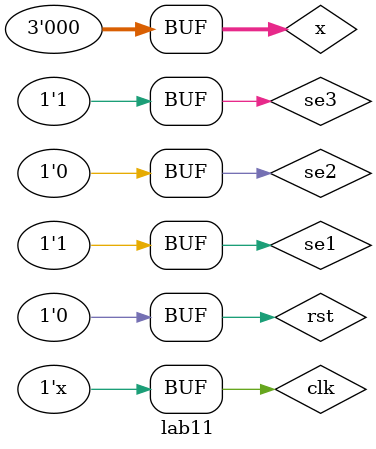
<source format=v>
`timescale 1ns / 1ps


module lab11;

	// Inputs
	reg [2:0] x;
	reg se1;
	reg se2;
	reg se3;
	reg clk;
	reg rst;

	// Outputs
	wire y;
	wire [2:0] re;
	wire [4:0] ps1;
	wire [4:0] ns1;

	// Instantiate the Unit Under Test (UUT)
	ticket uut (
		.x(x), 
		.se1(se1), 
		.se2(se2), 
		.se3(se3), 
		.clk(clk), 
		.rst(rst), 
		.y(y), 
		.re(re), 
		.ps1(ps1), 
		.ns1(ns1)
	);
always#20 clk=~clk;
	initial begin
		// Initialize Inputs
		x = 0;
		se1 = 0;
		se2 = 0;
		se3 = 0;
		clk = 0;
		rst = 1;

		// Wait 100 ns for global reset to finish
		#40;
       x = 0;
		se1 = 1;
		se2 = 0;
		se3 = 0;
      rst=0;
		#40;
       x = 2;
		#40;
       x = 2;
      #40;
       x = 2;
		#40;
       x = 2;
		 rst=1;
		#40;
       x = 0;
		 se1=0;
		 se2=1;
		 rst=0;
		 #40;
       x = 5;
		#40;
       x = 5;
      #40;
       x = 2;
		 rst=1;
		#40;
       x = 0;
		 se1=0;
		 se2=0;
		 se3=1;
		 rst=0;
       
		#40;
       x = 5;
		#40;
       x = 5;
      #40;
       x = 2;
		 rst=1;
		#40;
       x = 0;
		 rst=0;
		 se1=1;

		// Add stimulus here

	end
      
endmodule


</source>
